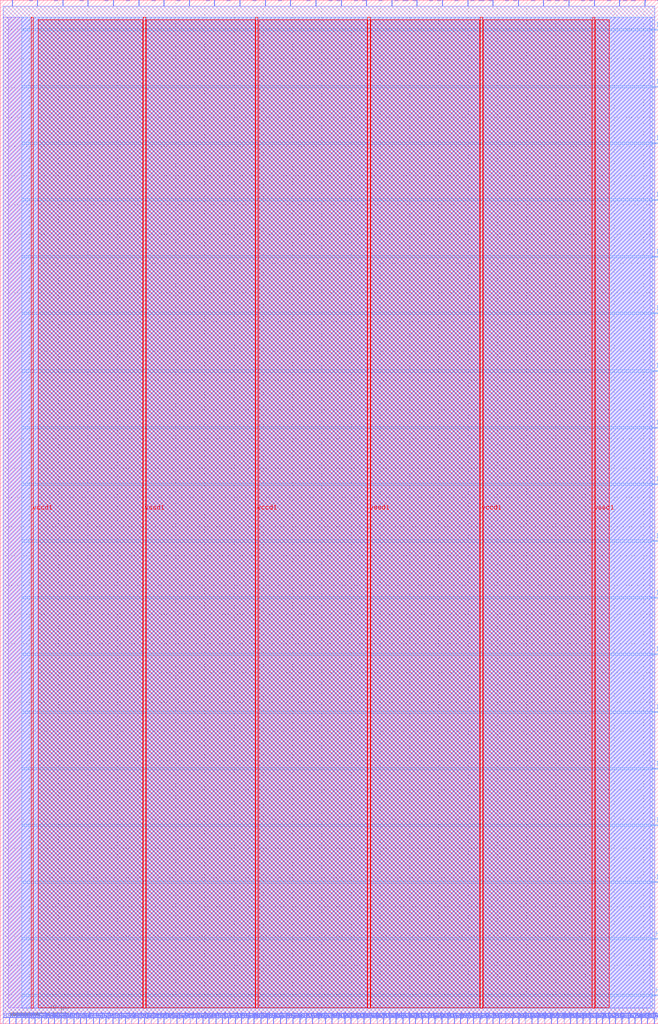
<source format=lef>
VERSION 5.7 ;
  NOWIREEXTENSIONATPIN ON ;
  DIVIDERCHAR "/" ;
  BUSBITCHARS "[]" ;
MACRO apb_sys_0
  CLASS BLOCK ;
  FOREIGN apb_sys_0 ;
  ORIGIN 0.000 0.000 ;
  SIZE 450.000 BY 700.000 ;
  PIN HADDR[0]
    DIRECTION INPUT ;
    USE SIGNAL ;
    PORT
      LAYER met2 ;
        RECT 1.930 0.000 2.210 4.000 ;
    END
  END HADDR[0]
  PIN HADDR[10]
    DIRECTION INPUT ;
    USE SIGNAL ;
    PORT
      LAYER met2 ;
        RECT 45.630 0.000 45.910 4.000 ;
    END
  END HADDR[10]
  PIN HADDR[11]
    DIRECTION INPUT ;
    USE SIGNAL ;
    PORT
      LAYER met2 ;
        RECT 50.230 0.000 50.510 4.000 ;
    END
  END HADDR[11]
  PIN HADDR[12]
    DIRECTION INPUT ;
    USE SIGNAL ;
    PORT
      LAYER met2 ;
        RECT 54.830 0.000 55.110 4.000 ;
    END
  END HADDR[12]
  PIN HADDR[13]
    DIRECTION INPUT ;
    USE SIGNAL ;
    PORT
      LAYER met2 ;
        RECT 58.970 0.000 59.250 4.000 ;
    END
  END HADDR[13]
  PIN HADDR[14]
    DIRECTION INPUT ;
    USE SIGNAL ;
    PORT
      LAYER met2 ;
        RECT 63.570 0.000 63.850 4.000 ;
    END
  END HADDR[14]
  PIN HADDR[15]
    DIRECTION INPUT ;
    USE SIGNAL ;
    PORT
      LAYER met2 ;
        RECT 67.710 0.000 67.990 4.000 ;
    END
  END HADDR[15]
  PIN HADDR[16]
    DIRECTION INPUT ;
    USE SIGNAL ;
    PORT
      LAYER met2 ;
        RECT 72.310 0.000 72.590 4.000 ;
    END
  END HADDR[16]
  PIN HADDR[17]
    DIRECTION INPUT ;
    USE SIGNAL ;
    PORT
      LAYER met2 ;
        RECT 76.910 0.000 77.190 4.000 ;
    END
  END HADDR[17]
  PIN HADDR[18]
    DIRECTION INPUT ;
    USE SIGNAL ;
    PORT
      LAYER met2 ;
        RECT 81.050 0.000 81.330 4.000 ;
    END
  END HADDR[18]
  PIN HADDR[19]
    DIRECTION INPUT ;
    USE SIGNAL ;
    PORT
      LAYER met2 ;
        RECT 85.650 0.000 85.930 4.000 ;
    END
  END HADDR[19]
  PIN HADDR[1]
    DIRECTION INPUT ;
    USE SIGNAL ;
    PORT
      LAYER met2 ;
        RECT 6.070 0.000 6.350 4.000 ;
    END
  END HADDR[1]
  PIN HADDR[20]
    DIRECTION INPUT ;
    USE SIGNAL ;
    PORT
      LAYER met2 ;
        RECT 89.790 0.000 90.070 4.000 ;
    END
  END HADDR[20]
  PIN HADDR[21]
    DIRECTION INPUT ;
    USE SIGNAL ;
    PORT
      LAYER met2 ;
        RECT 94.390 0.000 94.670 4.000 ;
    END
  END HADDR[21]
  PIN HADDR[22]
    DIRECTION INPUT ;
    USE SIGNAL ;
    PORT
      LAYER met2 ;
        RECT 98.530 0.000 98.810 4.000 ;
    END
  END HADDR[22]
  PIN HADDR[23]
    DIRECTION INPUT ;
    USE SIGNAL ;
    PORT
      LAYER met2 ;
        RECT 103.130 0.000 103.410 4.000 ;
    END
  END HADDR[23]
  PIN HADDR[24]
    DIRECTION INPUT ;
    USE SIGNAL ;
    PORT
      LAYER met2 ;
        RECT 107.730 0.000 108.010 4.000 ;
    END
  END HADDR[24]
  PIN HADDR[25]
    DIRECTION INPUT ;
    USE SIGNAL ;
    PORT
      LAYER met2 ;
        RECT 111.870 0.000 112.150 4.000 ;
    END
  END HADDR[25]
  PIN HADDR[26]
    DIRECTION INPUT ;
    USE SIGNAL ;
    PORT
      LAYER met2 ;
        RECT 116.470 0.000 116.750 4.000 ;
    END
  END HADDR[26]
  PIN HADDR[27]
    DIRECTION INPUT ;
    USE SIGNAL ;
    PORT
      LAYER met2 ;
        RECT 120.610 0.000 120.890 4.000 ;
    END
  END HADDR[27]
  PIN HADDR[28]
    DIRECTION INPUT ;
    USE SIGNAL ;
    PORT
      LAYER met2 ;
        RECT 125.210 0.000 125.490 4.000 ;
    END
  END HADDR[28]
  PIN HADDR[29]
    DIRECTION INPUT ;
    USE SIGNAL ;
    PORT
      LAYER met2 ;
        RECT 129.810 0.000 130.090 4.000 ;
    END
  END HADDR[29]
  PIN HADDR[2]
    DIRECTION INPUT ;
    USE SIGNAL ;
    PORT
      LAYER met2 ;
        RECT 10.670 0.000 10.950 4.000 ;
    END
  END HADDR[2]
  PIN HADDR[30]
    DIRECTION INPUT ;
    USE SIGNAL ;
    PORT
      LAYER met2 ;
        RECT 133.950 0.000 134.230 4.000 ;
    END
  END HADDR[30]
  PIN HADDR[31]
    DIRECTION INPUT ;
    USE SIGNAL ;
    PORT
      LAYER met2 ;
        RECT 138.550 0.000 138.830 4.000 ;
    END
  END HADDR[31]
  PIN HADDR[3]
    DIRECTION INPUT ;
    USE SIGNAL ;
    PORT
      LAYER met2 ;
        RECT 14.810 0.000 15.090 4.000 ;
    END
  END HADDR[3]
  PIN HADDR[4]
    DIRECTION INPUT ;
    USE SIGNAL ;
    PORT
      LAYER met2 ;
        RECT 19.410 0.000 19.690 4.000 ;
    END
  END HADDR[4]
  PIN HADDR[5]
    DIRECTION INPUT ;
    USE SIGNAL ;
    PORT
      LAYER met2 ;
        RECT 23.550 0.000 23.830 4.000 ;
    END
  END HADDR[5]
  PIN HADDR[6]
    DIRECTION INPUT ;
    USE SIGNAL ;
    PORT
      LAYER met2 ;
        RECT 28.150 0.000 28.430 4.000 ;
    END
  END HADDR[6]
  PIN HADDR[7]
    DIRECTION INPUT ;
    USE SIGNAL ;
    PORT
      LAYER met2 ;
        RECT 32.750 0.000 33.030 4.000 ;
    END
  END HADDR[7]
  PIN HADDR[8]
    DIRECTION INPUT ;
    USE SIGNAL ;
    PORT
      LAYER met2 ;
        RECT 36.890 0.000 37.170 4.000 ;
    END
  END HADDR[8]
  PIN HADDR[9]
    DIRECTION INPUT ;
    USE SIGNAL ;
    PORT
      LAYER met2 ;
        RECT 41.490 0.000 41.770 4.000 ;
    END
  END HADDR[9]
  PIN HCLK
    DIRECTION INPUT ;
    USE SIGNAL ;
    PORT
      LAYER met3 ;
        RECT 446.000 19.080 450.000 19.680 ;
    END
  END HCLK
  PIN HRDATA[0]
    DIRECTION OUTPUT TRISTATE ;
    USE SIGNAL ;
    PORT
      LAYER met2 ;
        RECT 142.690 0.000 142.970 4.000 ;
    END
  END HRDATA[0]
  PIN HRDATA[10]
    DIRECTION OUTPUT TRISTATE ;
    USE SIGNAL ;
    PORT
      LAYER met2 ;
        RECT 186.850 0.000 187.130 4.000 ;
    END
  END HRDATA[10]
  PIN HRDATA[11]
    DIRECTION OUTPUT TRISTATE ;
    USE SIGNAL ;
    PORT
      LAYER met2 ;
        RECT 191.450 0.000 191.730 4.000 ;
    END
  END HRDATA[11]
  PIN HRDATA[12]
    DIRECTION OUTPUT TRISTATE ;
    USE SIGNAL ;
    PORT
      LAYER met2 ;
        RECT 195.590 0.000 195.870 4.000 ;
    END
  END HRDATA[12]
  PIN HRDATA[13]
    DIRECTION OUTPUT TRISTATE ;
    USE SIGNAL ;
    PORT
      LAYER met2 ;
        RECT 200.190 0.000 200.470 4.000 ;
    END
  END HRDATA[13]
  PIN HRDATA[14]
    DIRECTION OUTPUT TRISTATE ;
    USE SIGNAL ;
    PORT
      LAYER met2 ;
        RECT 204.790 0.000 205.070 4.000 ;
    END
  END HRDATA[14]
  PIN HRDATA[15]
    DIRECTION OUTPUT TRISTATE ;
    USE SIGNAL ;
    PORT
      LAYER met2 ;
        RECT 208.930 0.000 209.210 4.000 ;
    END
  END HRDATA[15]
  PIN HRDATA[16]
    DIRECTION OUTPUT TRISTATE ;
    USE SIGNAL ;
    PORT
      LAYER met2 ;
        RECT 213.530 0.000 213.810 4.000 ;
    END
  END HRDATA[16]
  PIN HRDATA[17]
    DIRECTION OUTPUT TRISTATE ;
    USE SIGNAL ;
    PORT
      LAYER met2 ;
        RECT 217.670 0.000 217.950 4.000 ;
    END
  END HRDATA[17]
  PIN HRDATA[18]
    DIRECTION OUTPUT TRISTATE ;
    USE SIGNAL ;
    PORT
      LAYER met2 ;
        RECT 222.270 0.000 222.550 4.000 ;
    END
  END HRDATA[18]
  PIN HRDATA[19]
    DIRECTION OUTPUT TRISTATE ;
    USE SIGNAL ;
    PORT
      LAYER met2 ;
        RECT 226.870 0.000 227.150 4.000 ;
    END
  END HRDATA[19]
  PIN HRDATA[1]
    DIRECTION OUTPUT TRISTATE ;
    USE SIGNAL ;
    PORT
      LAYER met2 ;
        RECT 147.290 0.000 147.570 4.000 ;
    END
  END HRDATA[1]
  PIN HRDATA[20]
    DIRECTION OUTPUT TRISTATE ;
    USE SIGNAL ;
    PORT
      LAYER met2 ;
        RECT 231.010 0.000 231.290 4.000 ;
    END
  END HRDATA[20]
  PIN HRDATA[21]
    DIRECTION OUTPUT TRISTATE ;
    USE SIGNAL ;
    PORT
      LAYER met2 ;
        RECT 235.610 0.000 235.890 4.000 ;
    END
  END HRDATA[21]
  PIN HRDATA[22]
    DIRECTION OUTPUT TRISTATE ;
    USE SIGNAL ;
    PORT
      LAYER met2 ;
        RECT 239.750 0.000 240.030 4.000 ;
    END
  END HRDATA[22]
  PIN HRDATA[23]
    DIRECTION OUTPUT TRISTATE ;
    USE SIGNAL ;
    PORT
      LAYER met2 ;
        RECT 244.350 0.000 244.630 4.000 ;
    END
  END HRDATA[23]
  PIN HRDATA[24]
    DIRECTION OUTPUT TRISTATE ;
    USE SIGNAL ;
    PORT
      LAYER met2 ;
        RECT 248.490 0.000 248.770 4.000 ;
    END
  END HRDATA[24]
  PIN HRDATA[25]
    DIRECTION OUTPUT TRISTATE ;
    USE SIGNAL ;
    PORT
      LAYER met2 ;
        RECT 253.090 0.000 253.370 4.000 ;
    END
  END HRDATA[25]
  PIN HRDATA[26]
    DIRECTION OUTPUT TRISTATE ;
    USE SIGNAL ;
    PORT
      LAYER met2 ;
        RECT 257.690 0.000 257.970 4.000 ;
    END
  END HRDATA[26]
  PIN HRDATA[27]
    DIRECTION OUTPUT TRISTATE ;
    USE SIGNAL ;
    PORT
      LAYER met2 ;
        RECT 261.830 0.000 262.110 4.000 ;
    END
  END HRDATA[27]
  PIN HRDATA[28]
    DIRECTION OUTPUT TRISTATE ;
    USE SIGNAL ;
    PORT
      LAYER met2 ;
        RECT 266.430 0.000 266.710 4.000 ;
    END
  END HRDATA[28]
  PIN HRDATA[29]
    DIRECTION OUTPUT TRISTATE ;
    USE SIGNAL ;
    PORT
      LAYER met2 ;
        RECT 270.570 0.000 270.850 4.000 ;
    END
  END HRDATA[29]
  PIN HRDATA[2]
    DIRECTION OUTPUT TRISTATE ;
    USE SIGNAL ;
    PORT
      LAYER met2 ;
        RECT 151.890 0.000 152.170 4.000 ;
    END
  END HRDATA[2]
  PIN HRDATA[30]
    DIRECTION OUTPUT TRISTATE ;
    USE SIGNAL ;
    PORT
      LAYER met2 ;
        RECT 275.170 0.000 275.450 4.000 ;
    END
  END HRDATA[30]
  PIN HRDATA[31]
    DIRECTION OUTPUT TRISTATE ;
    USE SIGNAL ;
    PORT
      LAYER met2 ;
        RECT 279.770 0.000 280.050 4.000 ;
    END
  END HRDATA[31]
  PIN HRDATA[3]
    DIRECTION OUTPUT TRISTATE ;
    USE SIGNAL ;
    PORT
      LAYER met2 ;
        RECT 156.030 0.000 156.310 4.000 ;
    END
  END HRDATA[3]
  PIN HRDATA[4]
    DIRECTION OUTPUT TRISTATE ;
    USE SIGNAL ;
    PORT
      LAYER met2 ;
        RECT 160.630 0.000 160.910 4.000 ;
    END
  END HRDATA[4]
  PIN HRDATA[5]
    DIRECTION OUTPUT TRISTATE ;
    USE SIGNAL ;
    PORT
      LAYER met2 ;
        RECT 164.770 0.000 165.050 4.000 ;
    END
  END HRDATA[5]
  PIN HRDATA[6]
    DIRECTION OUTPUT TRISTATE ;
    USE SIGNAL ;
    PORT
      LAYER met2 ;
        RECT 169.370 0.000 169.650 4.000 ;
    END
  END HRDATA[6]
  PIN HRDATA[7]
    DIRECTION OUTPUT TRISTATE ;
    USE SIGNAL ;
    PORT
      LAYER met2 ;
        RECT 173.510 0.000 173.790 4.000 ;
    END
  END HRDATA[7]
  PIN HRDATA[8]
    DIRECTION OUTPUT TRISTATE ;
    USE SIGNAL ;
    PORT
      LAYER met2 ;
        RECT 178.110 0.000 178.390 4.000 ;
    END
  END HRDATA[8]
  PIN HRDATA[9]
    DIRECTION OUTPUT TRISTATE ;
    USE SIGNAL ;
    PORT
      LAYER met2 ;
        RECT 182.710 0.000 182.990 4.000 ;
    END
  END HRDATA[9]
  PIN HREADY
    DIRECTION INPUT ;
    USE SIGNAL ;
    PORT
      LAYER met2 ;
        RECT 438.470 0.000 438.750 4.000 ;
    END
  END HREADY
  PIN HREADYOUT
    DIRECTION OUTPUT TRISTATE ;
    USE SIGNAL ;
    PORT
      LAYER met2 ;
        RECT 447.210 0.000 447.490 4.000 ;
    END
  END HREADYOUT
  PIN HRESETn
    DIRECTION INPUT ;
    USE SIGNAL ;
    PORT
      LAYER met3 ;
        RECT 446.000 57.840 450.000 58.440 ;
    END
  END HRESETn
  PIN HSEL
    DIRECTION INPUT ;
    USE SIGNAL ;
    PORT
      LAYER met2 ;
        RECT 442.610 0.000 442.890 4.000 ;
    END
  END HSEL
  PIN HTRANS[0]
    DIRECTION INPUT ;
    USE SIGNAL ;
    PORT
      LAYER met2 ;
        RECT 425.130 0.000 425.410 4.000 ;
    END
  END HTRANS[0]
  PIN HTRANS[1]
    DIRECTION INPUT ;
    USE SIGNAL ;
    PORT
      LAYER met2 ;
        RECT 429.730 0.000 430.010 4.000 ;
    END
  END HTRANS[1]
  PIN HWDATA[0]
    DIRECTION INPUT ;
    USE SIGNAL ;
    PORT
      LAYER met2 ;
        RECT 283.910 0.000 284.190 4.000 ;
    END
  END HWDATA[0]
  PIN HWDATA[10]
    DIRECTION INPUT ;
    USE SIGNAL ;
    PORT
      LAYER met2 ;
        RECT 328.070 0.000 328.350 4.000 ;
    END
  END HWDATA[10]
  PIN HWDATA[11]
    DIRECTION INPUT ;
    USE SIGNAL ;
    PORT
      LAYER met2 ;
        RECT 332.670 0.000 332.950 4.000 ;
    END
  END HWDATA[11]
  PIN HWDATA[12]
    DIRECTION INPUT ;
    USE SIGNAL ;
    PORT
      LAYER met2 ;
        RECT 336.810 0.000 337.090 4.000 ;
    END
  END HWDATA[12]
  PIN HWDATA[13]
    DIRECTION INPUT ;
    USE SIGNAL ;
    PORT
      LAYER met2 ;
        RECT 341.410 0.000 341.690 4.000 ;
    END
  END HWDATA[13]
  PIN HWDATA[14]
    DIRECTION INPUT ;
    USE SIGNAL ;
    PORT
      LAYER met2 ;
        RECT 345.550 0.000 345.830 4.000 ;
    END
  END HWDATA[14]
  PIN HWDATA[15]
    DIRECTION INPUT ;
    USE SIGNAL ;
    PORT
      LAYER met2 ;
        RECT 350.150 0.000 350.430 4.000 ;
    END
  END HWDATA[15]
  PIN HWDATA[16]
    DIRECTION INPUT ;
    USE SIGNAL ;
    PORT
      LAYER met2 ;
        RECT 354.750 0.000 355.030 4.000 ;
    END
  END HWDATA[16]
  PIN HWDATA[17]
    DIRECTION INPUT ;
    USE SIGNAL ;
    PORT
      LAYER met2 ;
        RECT 358.890 0.000 359.170 4.000 ;
    END
  END HWDATA[17]
  PIN HWDATA[18]
    DIRECTION INPUT ;
    USE SIGNAL ;
    PORT
      LAYER met2 ;
        RECT 363.490 0.000 363.770 4.000 ;
    END
  END HWDATA[18]
  PIN HWDATA[19]
    DIRECTION INPUT ;
    USE SIGNAL ;
    PORT
      LAYER met2 ;
        RECT 367.630 0.000 367.910 4.000 ;
    END
  END HWDATA[19]
  PIN HWDATA[1]
    DIRECTION INPUT ;
    USE SIGNAL ;
    PORT
      LAYER met2 ;
        RECT 288.510 0.000 288.790 4.000 ;
    END
  END HWDATA[1]
  PIN HWDATA[20]
    DIRECTION INPUT ;
    USE SIGNAL ;
    PORT
      LAYER met2 ;
        RECT 372.230 0.000 372.510 4.000 ;
    END
  END HWDATA[20]
  PIN HWDATA[21]
    DIRECTION INPUT ;
    USE SIGNAL ;
    PORT
      LAYER met2 ;
        RECT 376.830 0.000 377.110 4.000 ;
    END
  END HWDATA[21]
  PIN HWDATA[22]
    DIRECTION INPUT ;
    USE SIGNAL ;
    PORT
      LAYER met2 ;
        RECT 380.970 0.000 381.250 4.000 ;
    END
  END HWDATA[22]
  PIN HWDATA[23]
    DIRECTION INPUT ;
    USE SIGNAL ;
    PORT
      LAYER met2 ;
        RECT 385.570 0.000 385.850 4.000 ;
    END
  END HWDATA[23]
  PIN HWDATA[24]
    DIRECTION INPUT ;
    USE SIGNAL ;
    PORT
      LAYER met2 ;
        RECT 389.710 0.000 389.990 4.000 ;
    END
  END HWDATA[24]
  PIN HWDATA[25]
    DIRECTION INPUT ;
    USE SIGNAL ;
    PORT
      LAYER met2 ;
        RECT 394.310 0.000 394.590 4.000 ;
    END
  END HWDATA[25]
  PIN HWDATA[26]
    DIRECTION INPUT ;
    USE SIGNAL ;
    PORT
      LAYER met2 ;
        RECT 398.450 0.000 398.730 4.000 ;
    END
  END HWDATA[26]
  PIN HWDATA[27]
    DIRECTION INPUT ;
    USE SIGNAL ;
    PORT
      LAYER met2 ;
        RECT 403.050 0.000 403.330 4.000 ;
    END
  END HWDATA[27]
  PIN HWDATA[28]
    DIRECTION INPUT ;
    USE SIGNAL ;
    PORT
      LAYER met2 ;
        RECT 407.650 0.000 407.930 4.000 ;
    END
  END HWDATA[28]
  PIN HWDATA[29]
    DIRECTION INPUT ;
    USE SIGNAL ;
    PORT
      LAYER met2 ;
        RECT 411.790 0.000 412.070 4.000 ;
    END
  END HWDATA[29]
  PIN HWDATA[2]
    DIRECTION INPUT ;
    USE SIGNAL ;
    PORT
      LAYER met2 ;
        RECT 292.650 0.000 292.930 4.000 ;
    END
  END HWDATA[2]
  PIN HWDATA[30]
    DIRECTION INPUT ;
    USE SIGNAL ;
    PORT
      LAYER met2 ;
        RECT 416.390 0.000 416.670 4.000 ;
    END
  END HWDATA[30]
  PIN HWDATA[31]
    DIRECTION INPUT ;
    USE SIGNAL ;
    PORT
      LAYER met2 ;
        RECT 420.530 0.000 420.810 4.000 ;
    END
  END HWDATA[31]
  PIN HWDATA[3]
    DIRECTION INPUT ;
    USE SIGNAL ;
    PORT
      LAYER met2 ;
        RECT 297.250 0.000 297.530 4.000 ;
    END
  END HWDATA[3]
  PIN HWDATA[4]
    DIRECTION INPUT ;
    USE SIGNAL ;
    PORT
      LAYER met2 ;
        RECT 301.850 0.000 302.130 4.000 ;
    END
  END HWDATA[4]
  PIN HWDATA[5]
    DIRECTION INPUT ;
    USE SIGNAL ;
    PORT
      LAYER met2 ;
        RECT 305.990 0.000 306.270 4.000 ;
    END
  END HWDATA[5]
  PIN HWDATA[6]
    DIRECTION INPUT ;
    USE SIGNAL ;
    PORT
      LAYER met2 ;
        RECT 310.590 0.000 310.870 4.000 ;
    END
  END HWDATA[6]
  PIN HWDATA[7]
    DIRECTION INPUT ;
    USE SIGNAL ;
    PORT
      LAYER met2 ;
        RECT 314.730 0.000 315.010 4.000 ;
    END
  END HWDATA[7]
  PIN HWDATA[8]
    DIRECTION INPUT ;
    USE SIGNAL ;
    PORT
      LAYER met2 ;
        RECT 319.330 0.000 319.610 4.000 ;
    END
  END HWDATA[8]
  PIN HWDATA[9]
    DIRECTION INPUT ;
    USE SIGNAL ;
    PORT
      LAYER met2 ;
        RECT 323.470 0.000 323.750 4.000 ;
    END
  END HWDATA[9]
  PIN HWRITE
    DIRECTION INPUT ;
    USE SIGNAL ;
    PORT
      LAYER met2 ;
        RECT 433.870 0.000 434.150 4.000 ;
    END
  END HWRITE
  PIN IRQ[0]
    DIRECTION OUTPUT TRISTATE ;
    USE SIGNAL ;
    PORT
      LAYER met3 ;
        RECT 446.000 96.600 450.000 97.200 ;
    END
  END IRQ[0]
  PIN IRQ[10]
    DIRECTION OUTPUT TRISTATE ;
    USE SIGNAL ;
    PORT
      LAYER met3 ;
        RECT 446.000 485.560 450.000 486.160 ;
    END
  END IRQ[10]
  PIN IRQ[11]
    DIRECTION OUTPUT TRISTATE ;
    USE SIGNAL ;
    PORT
      LAYER met3 ;
        RECT 446.000 524.320 450.000 524.920 ;
    END
  END IRQ[11]
  PIN IRQ[12]
    DIRECTION OUTPUT TRISTATE ;
    USE SIGNAL ;
    PORT
      LAYER met3 ;
        RECT 446.000 563.080 450.000 563.680 ;
    END
  END IRQ[12]
  PIN IRQ[13]
    DIRECTION OUTPUT TRISTATE ;
    USE SIGNAL ;
    PORT
      LAYER met3 ;
        RECT 446.000 601.840 450.000 602.440 ;
    END
  END IRQ[13]
  PIN IRQ[14]
    DIRECTION OUTPUT TRISTATE ;
    USE SIGNAL ;
    PORT
      LAYER met3 ;
        RECT 446.000 640.600 450.000 641.200 ;
    END
  END IRQ[14]
  PIN IRQ[15]
    DIRECTION OUTPUT TRISTATE ;
    USE SIGNAL ;
    PORT
      LAYER met3 ;
        RECT 446.000 679.360 450.000 679.960 ;
    END
  END IRQ[15]
  PIN IRQ[1]
    DIRECTION OUTPUT TRISTATE ;
    USE SIGNAL ;
    PORT
      LAYER met3 ;
        RECT 446.000 135.360 450.000 135.960 ;
    END
  END IRQ[1]
  PIN IRQ[2]
    DIRECTION OUTPUT TRISTATE ;
    USE SIGNAL ;
    PORT
      LAYER met3 ;
        RECT 446.000 174.120 450.000 174.720 ;
    END
  END IRQ[2]
  PIN IRQ[3]
    DIRECTION OUTPUT TRISTATE ;
    USE SIGNAL ;
    PORT
      LAYER met3 ;
        RECT 446.000 212.880 450.000 213.480 ;
    END
  END IRQ[3]
  PIN IRQ[4]
    DIRECTION OUTPUT TRISTATE ;
    USE SIGNAL ;
    PORT
      LAYER met3 ;
        RECT 446.000 252.320 450.000 252.920 ;
    END
  END IRQ[4]
  PIN IRQ[5]
    DIRECTION OUTPUT TRISTATE ;
    USE SIGNAL ;
    PORT
      LAYER met3 ;
        RECT 446.000 291.080 450.000 291.680 ;
    END
  END IRQ[5]
  PIN IRQ[6]
    DIRECTION OUTPUT TRISTATE ;
    USE SIGNAL ;
    PORT
      LAYER met3 ;
        RECT 446.000 329.840 450.000 330.440 ;
    END
  END IRQ[6]
  PIN IRQ[7]
    DIRECTION OUTPUT TRISTATE ;
    USE SIGNAL ;
    PORT
      LAYER met3 ;
        RECT 446.000 368.600 450.000 369.200 ;
    END
  END IRQ[7]
  PIN IRQ[8]
    DIRECTION OUTPUT TRISTATE ;
    USE SIGNAL ;
    PORT
      LAYER met3 ;
        RECT 446.000 407.360 450.000 407.960 ;
    END
  END IRQ[8]
  PIN IRQ[9]
    DIRECTION OUTPUT TRISTATE ;
    USE SIGNAL ;
    PORT
      LAYER met3 ;
        RECT 446.000 446.120 450.000 446.720 ;
    END
  END IRQ[9]
  PIN MSI_S2
    DIRECTION INPUT ;
    USE SIGNAL ;
    PORT
      LAYER met2 ;
        RECT 77.370 696.000 77.650 700.000 ;
    END
  END MSI_S2
  PIN MSI_S3
    DIRECTION INPUT ;
    USE SIGNAL ;
    PORT
      LAYER met2 ;
        RECT 146.370 696.000 146.650 700.000 ;
    END
  END MSI_S3
  PIN MSO_S2
    DIRECTION OUTPUT TRISTATE ;
    USE SIGNAL ;
    PORT
      LAYER met2 ;
        RECT 94.850 696.000 95.130 700.000 ;
    END
  END MSO_S2
  PIN MSO_S3
    DIRECTION OUTPUT TRISTATE ;
    USE SIGNAL ;
    PORT
      LAYER met2 ;
        RECT 163.850 696.000 164.130 700.000 ;
    END
  END MSO_S3
  PIN RsRx_S0
    DIRECTION INPUT ;
    USE SIGNAL ;
    PORT
      LAYER met2 ;
        RECT 8.370 696.000 8.650 700.000 ;
    END
  END RsRx_S0
  PIN RsRx_S1
    DIRECTION INPUT ;
    USE SIGNAL ;
    PORT
      LAYER met2 ;
        RECT 42.870 696.000 43.150 700.000 ;
    END
  END RsRx_S1
  PIN RsTx_S0
    DIRECTION OUTPUT TRISTATE ;
    USE SIGNAL ;
    PORT
      LAYER met2 ;
        RECT 25.390 696.000 25.670 700.000 ;
    END
  END RsTx_S0
  PIN RsTx_S1
    DIRECTION OUTPUT TRISTATE ;
    USE SIGNAL ;
    PORT
      LAYER met2 ;
        RECT 59.890 696.000 60.170 700.000 ;
    END
  END RsTx_S1
  PIN SCLK_S2
    DIRECTION OUTPUT TRISTATE ;
    USE SIGNAL ;
    PORT
      LAYER met2 ;
        RECT 129.350 696.000 129.630 700.000 ;
    END
  END SCLK_S2
  PIN SCLK_S3
    DIRECTION OUTPUT TRISTATE ;
    USE SIGNAL ;
    PORT
      LAYER met2 ;
        RECT 198.350 696.000 198.630 700.000 ;
    END
  END SCLK_S3
  PIN SSn_S2
    DIRECTION OUTPUT TRISTATE ;
    USE SIGNAL ;
    PORT
      LAYER met2 ;
        RECT 111.870 696.000 112.150 700.000 ;
    END
  END SSn_S2
  PIN SSn_S3
    DIRECTION OUTPUT TRISTATE ;
    USE SIGNAL ;
    PORT
      LAYER met2 ;
        RECT 181.330 696.000 181.610 700.000 ;
    END
  END SSn_S3
  PIN pwm_S6
    DIRECTION OUTPUT TRISTATE ;
    USE SIGNAL ;
    PORT
      LAYER met2 ;
        RECT 423.290 696.000 423.570 700.000 ;
    END
  END pwm_S6
  PIN pwm_S7
    DIRECTION OUTPUT TRISTATE ;
    USE SIGNAL ;
    PORT
      LAYER met2 ;
        RECT 440.770 696.000 441.050 700.000 ;
    END
  END pwm_S7
  PIN scl_i_S4
    DIRECTION INPUT ;
    USE SIGNAL ;
    PORT
      LAYER met2 ;
        RECT 215.830 696.000 216.110 700.000 ;
    END
  END scl_i_S4
  PIN scl_i_S5
    DIRECTION INPUT ;
    USE SIGNAL ;
    PORT
      LAYER met2 ;
        RECT 319.790 696.000 320.070 700.000 ;
    END
  END scl_i_S5
  PIN scl_o_S4
    DIRECTION OUTPUT TRISTATE ;
    USE SIGNAL ;
    PORT
      LAYER met2 ;
        RECT 233.310 696.000 233.590 700.000 ;
    END
  END scl_o_S4
  PIN scl_o_S5
    DIRECTION OUTPUT TRISTATE ;
    USE SIGNAL ;
    PORT
      LAYER met2 ;
        RECT 336.810 696.000 337.090 700.000 ;
    END
  END scl_o_S5
  PIN scl_oen_o_S4
    DIRECTION OUTPUT TRISTATE ;
    USE SIGNAL ;
    PORT
      LAYER met2 ;
        RECT 250.330 696.000 250.610 700.000 ;
    END
  END scl_oen_o_S4
  PIN scl_oen_o_S5
    DIRECTION OUTPUT TRISTATE ;
    USE SIGNAL ;
    PORT
      LAYER met2 ;
        RECT 354.290 696.000 354.570 700.000 ;
    END
  END scl_oen_o_S5
  PIN sda_i_S4
    DIRECTION INPUT ;
    USE SIGNAL ;
    PORT
      LAYER met2 ;
        RECT 267.810 696.000 268.090 700.000 ;
    END
  END sda_i_S4
  PIN sda_i_S5
    DIRECTION INPUT ;
    USE SIGNAL ;
    PORT
      LAYER met2 ;
        RECT 371.310 696.000 371.590 700.000 ;
    END
  END sda_i_S5
  PIN sda_o_S4
    DIRECTION OUTPUT TRISTATE ;
    USE SIGNAL ;
    PORT
      LAYER met2 ;
        RECT 284.830 696.000 285.110 700.000 ;
    END
  END sda_o_S4
  PIN sda_o_S5
    DIRECTION OUTPUT TRISTATE ;
    USE SIGNAL ;
    PORT
      LAYER met2 ;
        RECT 388.790 696.000 389.070 700.000 ;
    END
  END sda_o_S5
  PIN sda_oen_o_S4
    DIRECTION OUTPUT TRISTATE ;
    USE SIGNAL ;
    PORT
      LAYER met2 ;
        RECT 302.310 696.000 302.590 700.000 ;
    END
  END sda_oen_o_S4
  PIN sda_oen_o_S5
    DIRECTION OUTPUT TRISTATE ;
    USE SIGNAL ;
    PORT
      LAYER met2 ;
        RECT 406.270 696.000 406.550 700.000 ;
    END
  END sda_oen_o_S5
  PIN vccd1
    DIRECTION INOUT ;
    USE POWER ;
    PORT
      LAYER met4 ;
        RECT 328.240 10.640 329.840 688.400 ;
    END
  END vccd1
  PIN vccd1
    DIRECTION INOUT ;
    USE POWER ;
    PORT
      LAYER met4 ;
        RECT 174.640 10.640 176.240 688.400 ;
    END
  END vccd1
  PIN vccd1
    DIRECTION INOUT ;
    USE POWER ;
    PORT
      LAYER met4 ;
        RECT 21.040 10.640 22.640 688.400 ;
    END
  END vccd1
  PIN vssd1
    DIRECTION INOUT ;
    USE GROUND ;
    PORT
      LAYER met4 ;
        RECT 405.040 10.640 406.640 688.400 ;
    END
  END vssd1
  PIN vssd1
    DIRECTION INOUT ;
    USE GROUND ;
    PORT
      LAYER met4 ;
        RECT 251.440 10.640 253.040 688.400 ;
    END
  END vssd1
  PIN vssd1
    DIRECTION INOUT ;
    USE GROUND ;
    PORT
      LAYER met4 ;
        RECT 97.840 10.640 99.440 688.400 ;
    END
  END vssd1
  OBS
      LAYER li1 ;
        RECT 5.520 10.795 444.360 688.245 ;
      LAYER met1 ;
        RECT 1.910 6.840 447.510 688.400 ;
      LAYER met2 ;
        RECT 1.940 695.720 8.090 696.000 ;
        RECT 8.930 695.720 25.110 696.000 ;
        RECT 25.950 695.720 42.590 696.000 ;
        RECT 43.430 695.720 59.610 696.000 ;
        RECT 60.450 695.720 77.090 696.000 ;
        RECT 77.930 695.720 94.570 696.000 ;
        RECT 95.410 695.720 111.590 696.000 ;
        RECT 112.430 695.720 129.070 696.000 ;
        RECT 129.910 695.720 146.090 696.000 ;
        RECT 146.930 695.720 163.570 696.000 ;
        RECT 164.410 695.720 181.050 696.000 ;
        RECT 181.890 695.720 198.070 696.000 ;
        RECT 198.910 695.720 215.550 696.000 ;
        RECT 216.390 695.720 233.030 696.000 ;
        RECT 233.870 695.720 250.050 696.000 ;
        RECT 250.890 695.720 267.530 696.000 ;
        RECT 268.370 695.720 284.550 696.000 ;
        RECT 285.390 695.720 302.030 696.000 ;
        RECT 302.870 695.720 319.510 696.000 ;
        RECT 320.350 695.720 336.530 696.000 ;
        RECT 337.370 695.720 354.010 696.000 ;
        RECT 354.850 695.720 371.030 696.000 ;
        RECT 371.870 695.720 388.510 696.000 ;
        RECT 389.350 695.720 405.990 696.000 ;
        RECT 406.830 695.720 423.010 696.000 ;
        RECT 423.850 695.720 440.490 696.000 ;
        RECT 441.330 695.720 447.480 696.000 ;
        RECT 1.940 4.280 447.480 695.720 ;
        RECT 2.490 4.000 5.790 4.280 ;
        RECT 6.630 4.000 10.390 4.280 ;
        RECT 11.230 4.000 14.530 4.280 ;
        RECT 15.370 4.000 19.130 4.280 ;
        RECT 19.970 4.000 23.270 4.280 ;
        RECT 24.110 4.000 27.870 4.280 ;
        RECT 28.710 4.000 32.470 4.280 ;
        RECT 33.310 4.000 36.610 4.280 ;
        RECT 37.450 4.000 41.210 4.280 ;
        RECT 42.050 4.000 45.350 4.280 ;
        RECT 46.190 4.000 49.950 4.280 ;
        RECT 50.790 4.000 54.550 4.280 ;
        RECT 55.390 4.000 58.690 4.280 ;
        RECT 59.530 4.000 63.290 4.280 ;
        RECT 64.130 4.000 67.430 4.280 ;
        RECT 68.270 4.000 72.030 4.280 ;
        RECT 72.870 4.000 76.630 4.280 ;
        RECT 77.470 4.000 80.770 4.280 ;
        RECT 81.610 4.000 85.370 4.280 ;
        RECT 86.210 4.000 89.510 4.280 ;
        RECT 90.350 4.000 94.110 4.280 ;
        RECT 94.950 4.000 98.250 4.280 ;
        RECT 99.090 4.000 102.850 4.280 ;
        RECT 103.690 4.000 107.450 4.280 ;
        RECT 108.290 4.000 111.590 4.280 ;
        RECT 112.430 4.000 116.190 4.280 ;
        RECT 117.030 4.000 120.330 4.280 ;
        RECT 121.170 4.000 124.930 4.280 ;
        RECT 125.770 4.000 129.530 4.280 ;
        RECT 130.370 4.000 133.670 4.280 ;
        RECT 134.510 4.000 138.270 4.280 ;
        RECT 139.110 4.000 142.410 4.280 ;
        RECT 143.250 4.000 147.010 4.280 ;
        RECT 147.850 4.000 151.610 4.280 ;
        RECT 152.450 4.000 155.750 4.280 ;
        RECT 156.590 4.000 160.350 4.280 ;
        RECT 161.190 4.000 164.490 4.280 ;
        RECT 165.330 4.000 169.090 4.280 ;
        RECT 169.930 4.000 173.230 4.280 ;
        RECT 174.070 4.000 177.830 4.280 ;
        RECT 178.670 4.000 182.430 4.280 ;
        RECT 183.270 4.000 186.570 4.280 ;
        RECT 187.410 4.000 191.170 4.280 ;
        RECT 192.010 4.000 195.310 4.280 ;
        RECT 196.150 4.000 199.910 4.280 ;
        RECT 200.750 4.000 204.510 4.280 ;
        RECT 205.350 4.000 208.650 4.280 ;
        RECT 209.490 4.000 213.250 4.280 ;
        RECT 214.090 4.000 217.390 4.280 ;
        RECT 218.230 4.000 221.990 4.280 ;
        RECT 222.830 4.000 226.590 4.280 ;
        RECT 227.430 4.000 230.730 4.280 ;
        RECT 231.570 4.000 235.330 4.280 ;
        RECT 236.170 4.000 239.470 4.280 ;
        RECT 240.310 4.000 244.070 4.280 ;
        RECT 244.910 4.000 248.210 4.280 ;
        RECT 249.050 4.000 252.810 4.280 ;
        RECT 253.650 4.000 257.410 4.280 ;
        RECT 258.250 4.000 261.550 4.280 ;
        RECT 262.390 4.000 266.150 4.280 ;
        RECT 266.990 4.000 270.290 4.280 ;
        RECT 271.130 4.000 274.890 4.280 ;
        RECT 275.730 4.000 279.490 4.280 ;
        RECT 280.330 4.000 283.630 4.280 ;
        RECT 284.470 4.000 288.230 4.280 ;
        RECT 289.070 4.000 292.370 4.280 ;
        RECT 293.210 4.000 296.970 4.280 ;
        RECT 297.810 4.000 301.570 4.280 ;
        RECT 302.410 4.000 305.710 4.280 ;
        RECT 306.550 4.000 310.310 4.280 ;
        RECT 311.150 4.000 314.450 4.280 ;
        RECT 315.290 4.000 319.050 4.280 ;
        RECT 319.890 4.000 323.190 4.280 ;
        RECT 324.030 4.000 327.790 4.280 ;
        RECT 328.630 4.000 332.390 4.280 ;
        RECT 333.230 4.000 336.530 4.280 ;
        RECT 337.370 4.000 341.130 4.280 ;
        RECT 341.970 4.000 345.270 4.280 ;
        RECT 346.110 4.000 349.870 4.280 ;
        RECT 350.710 4.000 354.470 4.280 ;
        RECT 355.310 4.000 358.610 4.280 ;
        RECT 359.450 4.000 363.210 4.280 ;
        RECT 364.050 4.000 367.350 4.280 ;
        RECT 368.190 4.000 371.950 4.280 ;
        RECT 372.790 4.000 376.550 4.280 ;
        RECT 377.390 4.000 380.690 4.280 ;
        RECT 381.530 4.000 385.290 4.280 ;
        RECT 386.130 4.000 389.430 4.280 ;
        RECT 390.270 4.000 394.030 4.280 ;
        RECT 394.870 4.000 398.170 4.280 ;
        RECT 399.010 4.000 402.770 4.280 ;
        RECT 403.610 4.000 407.370 4.280 ;
        RECT 408.210 4.000 411.510 4.280 ;
        RECT 412.350 4.000 416.110 4.280 ;
        RECT 416.950 4.000 420.250 4.280 ;
        RECT 421.090 4.000 424.850 4.280 ;
        RECT 425.690 4.000 429.450 4.280 ;
        RECT 430.290 4.000 433.590 4.280 ;
        RECT 434.430 4.000 438.190 4.280 ;
        RECT 439.030 4.000 442.330 4.280 ;
        RECT 443.170 4.000 446.930 4.280 ;
      LAYER met3 ;
        RECT 14.785 680.360 446.000 688.325 ;
        RECT 14.785 678.960 445.600 680.360 ;
        RECT 14.785 641.600 446.000 678.960 ;
        RECT 14.785 640.200 445.600 641.600 ;
        RECT 14.785 602.840 446.000 640.200 ;
        RECT 14.785 601.440 445.600 602.840 ;
        RECT 14.785 564.080 446.000 601.440 ;
        RECT 14.785 562.680 445.600 564.080 ;
        RECT 14.785 525.320 446.000 562.680 ;
        RECT 14.785 523.920 445.600 525.320 ;
        RECT 14.785 486.560 446.000 523.920 ;
        RECT 14.785 485.160 445.600 486.560 ;
        RECT 14.785 447.120 446.000 485.160 ;
        RECT 14.785 445.720 445.600 447.120 ;
        RECT 14.785 408.360 446.000 445.720 ;
        RECT 14.785 406.960 445.600 408.360 ;
        RECT 14.785 369.600 446.000 406.960 ;
        RECT 14.785 368.200 445.600 369.600 ;
        RECT 14.785 330.840 446.000 368.200 ;
        RECT 14.785 329.440 445.600 330.840 ;
        RECT 14.785 292.080 446.000 329.440 ;
        RECT 14.785 290.680 445.600 292.080 ;
        RECT 14.785 253.320 446.000 290.680 ;
        RECT 14.785 251.920 445.600 253.320 ;
        RECT 14.785 213.880 446.000 251.920 ;
        RECT 14.785 212.480 445.600 213.880 ;
        RECT 14.785 175.120 446.000 212.480 ;
        RECT 14.785 173.720 445.600 175.120 ;
        RECT 14.785 136.360 446.000 173.720 ;
        RECT 14.785 134.960 445.600 136.360 ;
        RECT 14.785 97.600 446.000 134.960 ;
        RECT 14.785 96.200 445.600 97.600 ;
        RECT 14.785 58.840 446.000 96.200 ;
        RECT 14.785 57.440 445.600 58.840 ;
        RECT 14.785 20.080 446.000 57.440 ;
        RECT 14.785 18.680 445.600 20.080 ;
        RECT 14.785 10.715 446.000 18.680 ;
      LAYER met4 ;
        RECT 26.055 11.055 97.440 686.625 ;
        RECT 99.840 11.055 174.240 686.625 ;
        RECT 176.640 11.055 251.040 686.625 ;
        RECT 253.440 11.055 327.840 686.625 ;
        RECT 330.240 11.055 404.640 686.625 ;
        RECT 407.040 11.055 416.465 686.625 ;
  END
END apb_sys_0
END LIBRARY


</source>
